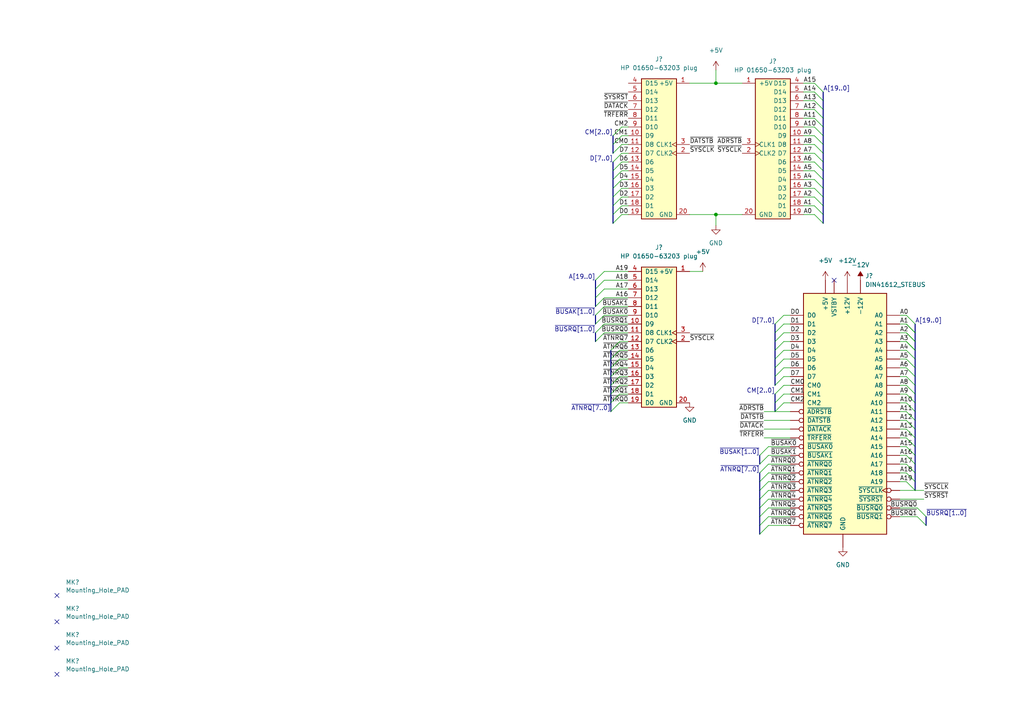
<source format=kicad_sch>
(kicad_sch (version 20211123) (generator eeschema)
  (paper "A4")
  (lib_symbols
    (symbol "power:+12V" (power) (pin_names (offset 0))
      (property "Value" "+12V" (at 0 3.556 0))
      (symbol "+12V_0_1"
        (polyline (pts (xy -0.762 1.27) (xy 0 2.54)))
        (polyline (pts (xy 0 0) (xy 0 2.54)))
        (polyline (pts (xy 0 2.54) (xy 0.762 1.27)))
      )
      (symbol "+12V_1_1"
        (pin power_in line (at 0 0 90) (length 0) hide (name "+12V") (number "1"))
      )
    )
    (symbol "power:+5V" (power) (pin_names (offset 0))
      (property "Value" "+5V" (at 0 3.556 0))
      (symbol "+5V_0_1"
        (polyline (pts (xy -0.762 1.27) (xy 0 2.54)))
        (polyline (pts (xy 0 0) (xy 0 2.54)))
        (polyline (pts (xy 0 2.54) (xy 0.762 1.27)))
      )
      (symbol "+5V_1_1"
        (pin power_in line (at 0 0 90) (length 0) hide (name "+5V") (number "1"))
      )
    )
    (symbol "power:-12V" (power) (pin_names (offset 0))
      (property "Value" "-12V" (at 0 3.81 0))
      (symbol "-12V_0_0"
        (pin power_in line (at 0 0 90) (length 0) hide (name "-12V") (number "1"))
      )
      (symbol "-12V_0_1"
        (polyline (pts (xy 0 0) (xy 0 1.27) (xy 0.762 1.27) (xy 0 2.54) (xy -0.762 1.27) (xy 0 1.27)) (fill (type outline)))
      )
    )
    (symbol "power:GND" (power) (pin_names (offset 0))
      (property "Value" "GND" (at 0 -3.81 0))
      (symbol "GND_0_1"
        (polyline (pts (xy 0 0) (xy 0 -1.27) (xy 1.27 -1.27) (xy 0 -2.54) (xy -1.27 -1.27) (xy 0 -1.27)))
      )
      (symbol "GND_1_1"
        (pin power_in line (at 0 0 270) (length 0) hide (name "GND") (number "1"))
      )
    )
    (symbol "vw:DIN41612_STEBUS" (pin_numbers hide) (pin_names (offset 1.016))
      (property "Reference" "J?" (at 7.62 39.37 0))
      (property "Value" "DIN41612_STEBUS" (at 15.24 36.83 0))
      (symbol "DIN41612_STEBUS_1_1"
        (rectangle (start -11.43 34.29) (end 12.7 -35.56) (stroke (width 0.254)) (fill (type background)))
        (pin passive line (at 0 3.81 0) (length 3.81) hide (name "GND") (number "a1"))
        (pin bidirectional line (at 16.51 12.7 180) (length 3.81) (name "A6") (number "a10"))
        (pin bidirectional line (at 16.51 7.62 180) (length 3.81) (name "A8") (number "a11"))
        (pin bidirectional line (at 16.51 2.54 180) (length 3.81) (name "A10") (number "a12"))
        (pin bidirectional line (at 16.51 -2.54 180) (length 3.81) (name "A12") (number "a13"))
        (pin bidirectional line (at 16.51 -7.62 180) (length 3.81) (name "A14") (number "a14"))
        (pin bidirectional line (at 16.51 -12.7 180) (length 3.81) (name "A16") (number "a15"))
        (pin bidirectional line (at 16.51 -17.78 180) (length 3.81) (name "A18") (number "a16"))
        (pin bidirectional line (at -15.24 7.62 0) (length 3.81) (name "CM0") (number "a17"))
        (pin bidirectional line (at -15.24 2.54 0) (length 3.81) (name "CM2") (number "a18"))
        (pin bidirectional inverted (at -15.24 0 0) (length 3.81) (name "~{ADRSTB}") (number "a19"))
        (pin passive line (at 0 21.59 0) (length 3.81) hide (name "+5V") (number "a2"))
        (pin bidirectional inverted (at -15.24 -5.08 0) (length 3.81) (name "~{DATACK}") (number "a20"))
        (pin bidirectional inverted (at -15.24 -7.62 0) (length 3.81) (name "~{TRFERR}") (number "a21"))
        (pin bidirectional inverted (at -15.24 -15.24 0) (length 3.81) (name "~{ATNRQ0}") (number "a22"))
        (pin bidirectional inverted (at -15.24 -20.32 0) (length 3.81) (name "~{ATNRQ2}") (number "a23"))
        (pin bidirectional inverted (at -15.24 -25.4 0) (length 3.81) (name "~{ATNRQ4}") (number "a24"))
        (pin bidirectional inverted (at -15.24 -30.48 0) (length 3.81) (name "~{ATNRQ6}") (number "a25"))
        (pin passive line (at 0 11.43 0) (length 3.81) hide (name "GND") (number "a26"))
        (pin bidirectional inverted (at 16.51 -27.94 180) (length 3.81) (name "~{BUSRQ0}") (number "a27"))
        (pin bidirectional inverted (at -15.24 -10.16 0) (length 3.81) (name "~{BUSAK0}") (number "a28"))
        (pin bidirectional inverted_clock (at 16.51 -22.86 180) (length 3.81) (name "~{SYSCLK}") (number "a29"))
        (pin bidirectional line (at -15.24 27.94 0) (length 3.81) (name "D0") (number "a3"))
        (pin power_out line (at 5.08 38.1 270) (length 3.81) (name "-12V") (number "a30"))
        (pin power_out line (at -5.08 38.1 270) (length 3.81) (name "+5V") (number "a31"))
        (pin passive line (at 0 19.05 0) (length 3.81) hide (name "GND") (number "a32"))
        (pin bidirectional line (at -15.24 22.86 0) (length 3.81) (name "D2") (number "a4"))
        (pin bidirectional line (at -15.24 17.78 0) (length 3.81) (name "D4") (number "a5"))
        (pin bidirectional line (at -15.24 12.7 0) (length 3.81) (name "D6") (number "a6"))
        (pin bidirectional line (at 16.51 27.94 180) (length 3.81) (name "A0") (number "a7"))
        (pin bidirectional line (at 16.51 22.86 180) (length 3.81) (name "A2") (number "a8"))
        (pin bidirectional line (at 16.51 17.78 180) (length 3.81) (name "A4") (number "a9"))
        (pin power_out line (at 0 -39.37 90) (length 3.81) (name "GND") (number "c1"))
        (pin bidirectional line (at 16.51 15.24 180) (length 3.81) (name "A5") (number "c10"))
        (pin bidirectional line (at 16.51 10.16 180) (length 3.81) (name "A7") (number "c11"))
        (pin bidirectional line (at 16.51 5.08 180) (length 3.81) (name "A9") (number "c12"))
        (pin bidirectional line (at 16.51 0 180) (length 3.81) (name "A11") (number "c13"))
        (pin bidirectional line (at 16.51 -5.08 180) (length 3.81) (name "A13") (number "c14"))
        (pin bidirectional line (at 16.51 -10.16 180) (length 3.81) (name "A15") (number "c15"))
        (pin bidirectional line (at 16.51 -15.24 180) (length 3.81) (name "A17") (number "c16"))
        (pin bidirectional line (at 16.51 -20.32 180) (length 3.81) (name "A19") (number "c17"))
        (pin bidirectional line (at -15.24 5.08 0) (length 3.81) (name "CM1") (number "c18"))
        (pin passive line (at 0 13.97 0) (length 3.81) hide (name "GND") (number "c19"))
        (pin passive line (at 0 24.13 0) (length 3.81) hide (name "+5V") (number "c2"))
        (pin bidirectional inverted (at -15.24 -2.54 0) (length 3.81) (name "~{DATSTB}") (number "c20"))
        (pin passive line (at 0 8.89 0) (length 3.81) hide (name "GND") (number "c21"))
        (pin bidirectional inverted (at 16.51 -25.4 180) (length 3.81) (name "~{SYSRST}") (number "c22"))
        (pin bidirectional inverted (at -15.24 -17.78 0) (length 3.81) (name "~{ATNRQ1}") (number "c23"))
        (pin bidirectional inverted (at -15.24 -22.86 0) (length 3.81) (name "~{ATNRQ3}") (number "c24"))
        (pin bidirectional inverted (at -15.24 -27.94 0) (length 3.81) (name "~{ATNRQ5}") (number "c25"))
        (pin bidirectional inverted (at -15.24 -33.02 0) (length 3.81) (name "~{ATNRQ7}") (number "c26"))
        (pin bidirectional inverted (at 16.51 -30.48 180) (length 3.81) (name "~{BUSRQ1}") (number "c27"))
        (pin bidirectional inverted (at -15.24 -12.7 0) (length 3.81) (name "~{BUSAK1}") (number "c28"))
        (pin power_out line (at -2.54 38.1 270) (length 3.81) (name "VSTBY") (number "c29"))
        (pin bidirectional line (at -15.24 25.4 0) (length 3.81) (name "D1") (number "c3"))
        (pin power_out line (at 1.27 38.1 270) (length 3.81) (name "+12V") (number "c30"))
        (pin passive line (at 0 26.67 0) (length 3.81) hide (name "+5V") (number "c31"))
        (pin passive line (at 0 16.51 0) (length 3.81) hide (name "GND") (number "c32"))
        (pin bidirectional line (at -15.24 20.32 0) (length 3.81) (name "D3") (number "c4"))
        (pin bidirectional line (at -15.24 15.24 0) (length 3.81) (name "D5") (number "c5"))
        (pin bidirectional line (at -15.24 10.16 0) (length 3.81) (name "D7") (number "c6"))
        (pin passive line (at 0 6.35 0) (length 3.81) hide (name "GND") (number "c7"))
        (pin bidirectional line (at 16.51 25.4 180) (length 3.81) (name "A1") (number "c8"))
        (pin bidirectional line (at 16.51 20.32 180) (length 3.81) (name "A3") (number "c9"))
      )
    )
    (symbol "vw:HP 01650-63203 plug" (pin_names (offset 1.016))
      (property "Reference" "J" (at 1.27 12.7 0))
      (property "Value" "HP 01650-63203 plug" (at 1.27 -30.48 0))
      (symbol "HP 01650-63203 plug_1_1"
        (rectangle (start -3.81 11.43) (end 6.35 -29.21) (stroke (width 0.254)) (fill (type background)))
        (pin power_out line (at 10.16 10.16 180) (length 3.81) (name "+5V") (number "1"))
        (pin input line (at -7.62 -5.08 0) (length 3.81) (name "D9") (number "10"))
        (pin input line (at -7.62 -7.62 0) (length 3.81) (name "D8") (number "11"))
        (pin input line (at -7.62 -10.16 0) (length 3.81) (name "D7") (number "12"))
        (pin input line (at -7.62 -12.7 0) (length 3.81) (name "D6") (number "13"))
        (pin input line (at -7.62 -15.24 0) (length 3.81) (name "D5") (number "14"))
        (pin input line (at -7.62 -17.78 0) (length 3.81) (name "D4") (number "15"))
        (pin input line (at -7.62 -20.32 0) (length 3.81) (name "D3") (number "16"))
        (pin input line (at -7.62 -22.86 0) (length 3.81) (name "D2") (number "17"))
        (pin input line (at -7.62 -25.4 0) (length 3.81) (name "D1") (number "18"))
        (pin input line (at -7.62 -27.94 0) (length 3.81) (name "D0") (number "19"))
        (pin bidirectional clock (at 10.16 -10.16 180) (length 3.81) (name "CLK2") (number "2"))
        (pin power_out line (at 10.16 -27.94 180) (length 3.81) (name "GND") (number "20"))
        (pin bidirectional clock (at 10.16 -7.62 180) (length 3.81) (name "CLK1") (number "3"))
        (pin input line (at -7.62 10.16 0) (length 3.81) (name "D15") (number "4"))
        (pin input line (at -7.62 7.62 0) (length 3.81) (name "D14") (number "5"))
        (pin input line (at -7.62 5.08 0) (length 3.81) (name "D13") (number "6"))
        (pin input line (at -7.62 2.54 0) (length 3.81) (name "D12") (number "7"))
        (pin input line (at -7.62 0 0) (length 3.81) (name "D11") (number "8"))
        (pin input line (at -7.62 -2.54 0) (length 3.81) (name "D10") (number "9"))
      )
    )
  )
  (junction (at 207.645 24.13))
  (junction (at 207.645 62.23))
  (no_connect (at 16.51 172.72))
  (no_connect (at 241.935 81.28))
  (no_connect (at 16.51 195.58))
  (no_connect (at 16.51 187.96))
  (no_connect (at 16.51 180.34))
  (bus_entry (at 222.885 142.24) (size -2.54 2.54))
  (bus_entry (at 177.8 62.23) (size 2.54 -2.54))
  (bus_entry (at 262.89 109.22) (size 2.54 2.54))
  (bus_entry (at 227.33 111.76) (size -2.54 2.54))
  (bus_entry (at 222.885 147.32) (size -2.54 2.54))
  (bus_entry (at 236.22 54.61) (size 2.54 2.54))
  (bus_entry (at 238.76 34.29) (size -2.54 -2.54))
  (bus_entry (at 238.76 29.21) (size -2.54 -2.54))
  (bus_entry (at 227.33 116.84) (size -2.54 2.54))
  (bus_entry (at 236.22 41.91) (size 2.54 2.54))
  (bus_entry (at 236.22 49.53) (size 2.54 2.54))
  (bus_entry (at 262.89 114.3) (size 2.54 2.54))
  (bus_entry (at 262.89 137.16) (size 2.54 2.54))
  (bus_entry (at 172.72 91.44) (size 2.54 -2.54))
  (bus_entry (at 227.33 114.3) (size -2.54 2.54))
  (bus_entry (at 262.89 129.54) (size 2.54 2.54))
  (bus_entry (at 177.165 104.14) (size 2.54 -2.54))
  (bus_entry (at 177.8 57.15) (size 2.54 -2.54))
  (bus_entry (at 177.8 64.77) (size 2.54 -2.54))
  (bus_entry (at 227.33 91.44) (size -2.54 2.54))
  (bus_entry (at 227.33 104.14) (size -2.54 2.54))
  (bus_entry (at 222.885 152.4) (size -2.54 2.54))
  (bus_entry (at 238.76 39.37) (size -2.54 -2.54))
  (bus_entry (at 262.89 91.44) (size 2.54 2.54))
  (bus_entry (at 262.89 116.84) (size 2.54 2.54))
  (bus_entry (at 177.165 116.84) (size 2.54 -2.54))
  (bus_entry (at 227.33 96.52) (size -2.54 2.54))
  (bus_entry (at 262.89 106.68) (size 2.54 2.54))
  (bus_entry (at 262.89 132.08) (size 2.54 2.54))
  (bus_entry (at 236.22 52.07) (size 2.54 2.54))
  (bus_entry (at 238.76 41.91) (size -2.54 -2.54))
  (bus_entry (at 222.885 144.78) (size -2.54 2.54))
  (bus_entry (at 222.885 129.54) (size -2.54 2.54))
  (bus_entry (at 177.165 111.76) (size 2.54 -2.54))
  (bus_entry (at 177.8 49.53) (size 2.54 -2.54))
  (bus_entry (at 236.22 62.23) (size 2.54 2.54))
  (bus_entry (at 222.885 134.62) (size -2.54 2.54))
  (bus_entry (at 236.22 57.15) (size 2.54 2.54))
  (bus_entry (at 172.72 81.28) (size 2.54 -2.54))
  (bus_entry (at 238.76 26.67) (size -2.54 -2.54))
  (bus_entry (at 262.89 139.7) (size 2.54 2.54))
  (bus_entry (at 262.89 134.62) (size 2.54 2.54))
  (bus_entry (at 236.22 59.69) (size 2.54 2.54))
  (bus_entry (at 262.89 101.6) (size 2.54 2.54))
  (bus_entry (at 177.165 106.68) (size 2.54 -2.54))
  (bus_entry (at 262.89 99.06) (size 2.54 2.54))
  (bus_entry (at 222.885 149.86) (size -2.54 2.54))
  (bus_entry (at 262.89 99.06) (size 2.54 2.54))
  (bus_entry (at 227.33 93.98) (size -2.54 2.54))
  (bus_entry (at 262.89 121.92) (size 2.54 2.54))
  (bus_entry (at 172.72 93.98) (size 2.54 -2.54))
  (bus_entry (at 177.8 52.07) (size 2.54 -2.54))
  (bus_entry (at 222.885 139.7) (size -2.54 2.54))
  (bus_entry (at 262.89 111.76) (size 2.54 2.54))
  (bus_entry (at 262.89 96.52) (size 2.54 2.54))
  (bus_entry (at 262.89 96.52) (size 2.54 2.54))
  (bus_entry (at 177.8 41.91) (size 2.54 -2.54))
  (bus_entry (at 177.8 39.37) (size 2.54 -2.54))
  (bus_entry (at 177.8 54.61) (size 2.54 -2.54))
  (bus_entry (at 177.165 114.3) (size 2.54 -2.54))
  (bus_entry (at 262.89 124.46) (size 2.54 2.54))
  (bus_entry (at 177.165 119.38) (size 2.54 -2.54))
  (bus_entry (at 172.72 86.36) (size 2.54 -2.54))
  (bus_entry (at 262.89 104.14) (size 2.54 2.54))
  (bus_entry (at 227.33 109.22) (size -2.54 2.54))
  (bus_entry (at 227.33 106.68) (size -2.54 2.54))
  (bus_entry (at 266.065 149.86) (size 2.54 2.54))
  (bus_entry (at 266.065 147.32) (size 2.54 2.54))
  (bus_entry (at 177.8 46.99) (size 2.54 -2.54))
  (bus_entry (at 222.885 137.16) (size -2.54 2.54))
  (bus_entry (at 172.72 83.82) (size 2.54 -2.54))
  (bus_entry (at 177.8 59.69) (size 2.54 -2.54))
  (bus_entry (at 262.89 93.98) (size 2.54 2.54))
  (bus_entry (at 262.89 93.98) (size 2.54 2.54))
  (bus_entry (at 238.76 31.75) (size -2.54 -2.54))
  (bus_entry (at 236.22 44.45) (size 2.54 2.54))
  (bus_entry (at 262.89 119.38) (size 2.54 2.54))
  (bus_entry (at 177.8 44.45) (size 2.54 -2.54))
  (bus_entry (at 177.165 101.6) (size 2.54 -2.54))
  (bus_entry (at 172.72 96.52) (size 2.54 -2.54))
  (bus_entry (at 262.89 127) (size 2.54 2.54))
  (bus_entry (at 238.76 36.83) (size -2.54 -2.54))
  (bus_entry (at 177.165 109.22) (size 2.54 -2.54))
  (bus_entry (at 222.885 132.08) (size -2.54 2.54))
  (bus_entry (at 172.72 88.9) (size 2.54 -2.54))
  (bus_entry (at 172.72 99.06) (size 2.54 -2.54))
  (bus_entry (at 227.33 99.06) (size -2.54 2.54))
  (bus_entry (at 227.33 101.6) (size -2.54 2.54))
  (bus_entry (at 236.22 46.99) (size 2.54 2.54))
  (bus (pts (xy 238.76 31.75) (xy 238.76 34.29)))
  (wire (pts (xy 260.985 104.14) (xy 262.89 104.14)))
  (wire (pts (xy 222.885 139.7) (xy 229.235 139.7)))
  (bus (pts (xy 238.76 36.83) (xy 238.76 39.37)))
  (bus (pts (xy 177.8 52.07) (xy 177.8 54.61)))
  (bus (pts (xy 224.79 116.84) (xy 224.79 119.38)))
  (bus (pts (xy 224.79 109.22) (xy 224.79 111.76)))
  (wire (pts (xy 222.885 142.24) (xy 229.235 142.24)))
  (wire (pts (xy 260.985 91.44) (xy 262.89 91.44)))
  (bus (pts (xy 265.43 99.06) (xy 265.43 101.6)))
  (bus (pts (xy 177.8 46.99) (xy 177.8 49.53)))
  (wire (pts (xy 180.34 36.83) (xy 182.245 36.83)))
  (wire (pts (xy 180.34 41.91) (xy 182.245 41.91)))
  (wire (pts (xy 221.615 124.46) (xy 229.235 124.46)))
  (wire (pts (xy 227.33 96.52) (xy 229.235 96.52)))
  (wire (pts (xy 233.045 34.29) (xy 236.22 34.29)))
  (wire (pts (xy 227.33 116.84) (xy 229.235 116.84)))
  (wire (pts (xy 180.34 59.69) (xy 182.245 59.69)))
  (wire (pts (xy 260.985 144.78) (xy 267.97 144.78)))
  (wire (pts (xy 233.045 31.75) (xy 236.22 31.75)))
  (wire (pts (xy 260.985 106.68) (xy 262.89 106.68)))
  (bus (pts (xy 224.79 93.98) (xy 224.79 96.52)))
  (wire (pts (xy 233.045 41.91) (xy 236.22 41.91)))
  (wire (pts (xy 233.045 44.45) (xy 236.22 44.45)))
  (wire (pts (xy 227.33 93.98) (xy 229.235 93.98)))
  (bus (pts (xy 265.43 96.52) (xy 265.43 99.06)))
  (wire (pts (xy 227.33 104.14) (xy 229.235 104.14)))
  (bus (pts (xy 265.43 119.38) (xy 265.43 121.92)))
  (bus (pts (xy 172.72 86.36) (xy 172.72 88.9)))
  (wire (pts (xy 180.34 62.23) (xy 182.245 62.23)))
  (wire (pts (xy 224.79 119.38) (xy 229.235 119.38)))
  (bus (pts (xy 177.165 101.6) (xy 177.165 104.14)))
  (wire (pts (xy 233.045 26.67) (xy 236.22 26.67)))
  (bus (pts (xy 220.345 147.32) (xy 220.345 149.86)))
  (bus (pts (xy 265.43 121.92) (xy 265.43 124.46)))
  (bus (pts (xy 177.165 116.84) (xy 177.165 119.38)))
  (bus (pts (xy 224.79 114.3) (xy 224.79 116.84)))
  (wire (pts (xy 180.34 39.37) (xy 182.245 39.37)))
  (bus (pts (xy 238.76 41.91) (xy 238.76 44.45)))
  (wire (pts (xy 175.26 93.98) (xy 182.245 93.98)))
  (wire (pts (xy 200.025 78.74) (xy 203.835 78.74)))
  (wire (pts (xy 233.045 59.69) (xy 236.22 59.69)))
  (wire (pts (xy 175.26 91.44) (xy 182.245 91.44)))
  (wire (pts (xy 222.885 137.16) (xy 229.235 137.16)))
  (bus (pts (xy 172.72 81.28) (xy 172.72 83.82)))
  (bus (pts (xy 224.79 99.06) (xy 224.79 101.6)))
  (wire (pts (xy 179.705 109.22) (xy 182.245 109.22)))
  (wire (pts (xy 260.985 99.06) (xy 262.89 99.06)))
  (wire (pts (xy 233.045 36.83) (xy 236.22 36.83)))
  (wire (pts (xy 222.885 144.78) (xy 229.235 144.78)))
  (wire (pts (xy 200.025 62.23) (xy 207.645 62.23)))
  (wire (pts (xy 221.615 119.38) (xy 224.79 119.38)))
  (bus (pts (xy 238.76 29.21) (xy 238.76 31.75)))
  (wire (pts (xy 227.33 99.06) (xy 229.235 99.06)))
  (wire (pts (xy 227.33 91.44) (xy 229.235 91.44)))
  (bus (pts (xy 172.72 83.82) (xy 172.72 86.36)))
  (wire (pts (xy 180.34 57.15) (xy 182.245 57.15)))
  (bus (pts (xy 238.76 59.69) (xy 238.76 62.23)))
  (bus (pts (xy 238.76 46.99) (xy 238.76 49.53)))
  (wire (pts (xy 260.985 96.52) (xy 262.89 96.52)))
  (bus (pts (xy 220.345 139.7) (xy 220.345 142.24)))
  (wire (pts (xy 180.34 54.61) (xy 182.245 54.61)))
  (wire (pts (xy 233.045 54.61) (xy 236.22 54.61)))
  (bus (pts (xy 238.76 34.29) (xy 238.76 36.83)))
  (wire (pts (xy 179.705 116.84) (xy 182.245 116.84)))
  (bus (pts (xy 238.76 52.07) (xy 238.76 54.61)))
  (wire (pts (xy 175.26 83.82) (xy 182.245 83.82)))
  (bus (pts (xy 265.43 101.6) (xy 265.43 104.14)))
  (wire (pts (xy 260.985 111.76) (xy 262.89 111.76)))
  (wire (pts (xy 175.26 81.28) (xy 182.245 81.28)))
  (wire (pts (xy 260.985 124.46) (xy 262.89 124.46)))
  (bus (pts (xy 265.43 114.3) (xy 265.43 116.84)))
  (wire (pts (xy 233.045 49.53) (xy 236.22 49.53)))
  (wire (pts (xy 260.985 142.24) (xy 265.43 142.24)))
  (wire (pts (xy 233.045 52.07) (xy 236.22 52.07)))
  (bus (pts (xy 172.72 91.44) (xy 172.72 93.98)))
  (bus (pts (xy 265.43 139.7) (xy 265.43 142.24)))
  (bus (pts (xy 177.8 59.69) (xy 177.8 62.23)))
  (bus (pts (xy 177.165 114.3) (xy 177.165 116.84)))
  (wire (pts (xy 260.985 101.6) (xy 262.89 101.6)))
  (bus (pts (xy 238.76 57.15) (xy 238.76 59.69)))
  (wire (pts (xy 179.705 99.06) (xy 182.245 99.06)))
  (wire (pts (xy 175.26 88.9) (xy 182.245 88.9)))
  (wire (pts (xy 260.985 127) (xy 262.89 127)))
  (bus (pts (xy 238.76 39.37) (xy 238.76 41.91)))
  (bus (pts (xy 177.8 54.61) (xy 177.8 57.15)))
  (bus (pts (xy 238.76 26.67) (xy 238.76 29.21)))
  (bus (pts (xy 265.43 116.84) (xy 265.43 119.38)))
  (wire (pts (xy 260.985 93.98) (xy 262.89 93.98)))
  (bus (pts (xy 177.8 41.91) (xy 177.8 44.45)))
  (wire (pts (xy 175.26 78.74) (xy 182.245 78.74)))
  (wire (pts (xy 179.705 111.76) (xy 182.245 111.76)))
  (wire (pts (xy 222.885 134.62) (xy 229.235 134.62)))
  (bus (pts (xy 177.8 62.23) (xy 177.8 64.77)))
  (wire (pts (xy 179.705 106.68) (xy 182.245 106.68)))
  (bus (pts (xy 177.165 111.76) (xy 177.165 114.3)))
  (wire (pts (xy 221.615 127) (xy 229.235 127)))
  (wire (pts (xy 233.045 29.21) (xy 236.22 29.21)))
  (wire (pts (xy 180.34 44.45) (xy 182.245 44.45)))
  (bus (pts (xy 265.43 109.22) (xy 265.43 111.76)))
  (wire (pts (xy 233.045 62.23) (xy 236.22 62.23)))
  (wire (pts (xy 260.985 119.38) (xy 262.89 119.38)))
  (bus (pts (xy 265.43 93.98) (xy 265.43 96.52)))
  (bus (pts (xy 220.345 137.16) (xy 220.345 139.7)))
  (bus (pts (xy 220.345 142.24) (xy 220.345 144.78)))
  (bus (pts (xy 238.76 54.61) (xy 238.76 57.15)))
  (wire (pts (xy 227.33 106.68) (xy 229.235 106.68)))
  (wire (pts (xy 260.985 116.84) (xy 262.89 116.84)))
  (bus (pts (xy 177.8 49.53) (xy 177.8 52.07)))
  (wire (pts (xy 207.645 62.23) (xy 215.265 62.23)))
  (bus (pts (xy 177.165 109.22) (xy 177.165 111.76)))
  (wire (pts (xy 175.26 96.52) (xy 182.245 96.52)))
  (bus (pts (xy 224.79 96.52) (xy 224.79 99.06)))
  (bus (pts (xy 238.76 62.23) (xy 238.76 64.77)))
  (wire (pts (xy 260.985 139.7) (xy 262.89 139.7)))
  (wire (pts (xy 233.045 39.37) (xy 236.22 39.37)))
  (bus (pts (xy 220.345 144.78) (xy 220.345 147.32)))
  (wire (pts (xy 260.985 121.92) (xy 262.89 121.92)))
  (bus (pts (xy 177.8 39.37) (xy 177.8 41.91)))
  (wire (pts (xy 260.985 114.3) (xy 262.89 114.3)))
  (wire (pts (xy 207.645 65.405) (xy 207.645 62.23)))
  (wire (pts (xy 227.33 101.6) (xy 229.235 101.6)))
  (bus (pts (xy 265.43 137.16) (xy 265.43 139.7)))
  (bus (pts (xy 265.43 111.76) (xy 265.43 114.3)))
  (wire (pts (xy 260.985 129.54) (xy 262.89 129.54)))
  (bus (pts (xy 265.43 124.46) (xy 265.43 127)))
  (bus (pts (xy 177.165 106.68) (xy 177.165 109.22)))
  (bus (pts (xy 224.79 101.6) (xy 224.79 104.14)))
  (bus (pts (xy 177.8 57.15) (xy 177.8 59.69)))
  (bus (pts (xy 265.43 127) (xy 265.43 129.54)))
  (bus (pts (xy 177.165 104.14) (xy 177.165 106.68)))
  (wire (pts (xy 222.885 149.86) (xy 229.235 149.86)))
  (wire (pts (xy 227.33 109.22) (xy 229.235 109.22)))
  (wire (pts (xy 200.025 24.13) (xy 207.645 24.13)))
  (bus (pts (xy 265.43 134.62) (xy 265.43 137.16)))
  (bus (pts (xy 238.76 49.53) (xy 238.76 52.07)))
  (wire (pts (xy 233.045 24.13) (xy 236.22 24.13)))
  (wire (pts (xy 227.33 111.76) (xy 229.235 111.76)))
  (bus (pts (xy 220.345 152.4) (xy 220.345 154.94)))
  (wire (pts (xy 233.045 57.15) (xy 236.22 57.15)))
  (wire (pts (xy 260.985 149.86) (xy 266.065 149.86)))
  (wire (pts (xy 221.615 121.92) (xy 229.235 121.92)))
  (bus (pts (xy 265.43 132.08) (xy 265.43 134.62)))
  (wire (pts (xy 222.885 132.08) (xy 229.235 132.08)))
  (wire (pts (xy 233.045 46.99) (xy 236.22 46.99)))
  (bus (pts (xy 268.605 149.86) (xy 268.605 152.4)))
  (wire (pts (xy 179.705 114.3) (xy 182.245 114.3)))
  (wire (pts (xy 265.43 142.24) (xy 267.97 142.24)))
  (bus (pts (xy 265.43 106.68) (xy 265.43 109.22)))
  (bus (pts (xy 172.72 96.52) (xy 172.72 99.06)))
  (wire (pts (xy 222.885 129.54) (xy 229.235 129.54)))
  (bus (pts (xy 220.345 149.86) (xy 220.345 152.4)))
  (wire (pts (xy 207.645 20.32) (xy 207.645 24.13)))
  (wire (pts (xy 179.705 104.14) (xy 182.245 104.14)))
  (bus (pts (xy 224.79 106.68) (xy 224.79 109.22)))
  (wire (pts (xy 260.985 134.62) (xy 262.89 134.62)))
  (bus (pts (xy 224.79 104.14) (xy 224.79 106.68)))
  (wire (pts (xy 260.985 137.16) (xy 262.89 137.16)))
  (wire (pts (xy 260.985 132.08) (xy 262.89 132.08)))
  (wire (pts (xy 260.985 147.32) (xy 266.065 147.32)))
  (wire (pts (xy 180.34 49.53) (xy 182.245 49.53)))
  (bus (pts (xy 265.43 129.54) (xy 265.43 132.08)))
  (bus (pts (xy 220.345 132.08) (xy 220.345 134.62)))
  (wire (pts (xy 227.33 114.3) (xy 229.235 114.3)))
  (bus (pts (xy 265.43 104.14) (xy 265.43 106.68)))
  (wire (pts (xy 222.885 147.32) (xy 229.235 147.32)))
  (wire (pts (xy 222.885 152.4) (xy 229.235 152.4)))
  (wire (pts (xy 175.26 86.36) (xy 182.245 86.36)))
  (wire (pts (xy 260.985 109.22) (xy 262.89 109.22)))
  (bus (pts (xy 238.76 44.45) (xy 238.76 46.99)))
  (wire (pts (xy 207.645 24.13) (xy 215.265 24.13)))
  (wire (pts (xy 179.705 101.6) (xy 182.245 101.6)))
  (wire (pts (xy 180.34 52.07) (xy 182.245 52.07)))
  (wire (pts (xy 180.34 46.99) (xy 182.245 46.99)))
  (label "~{ADRSTB}" (at 215.265 41.91 180))
  (label "A11" (at 260.985 119.38 0))
  (label "A17" (at 182.245 83.82 180))
  (label "A4" (at 260.985 101.6 0))
  (label "CM[2..0]" (at 177.8 39.37 180))
  (label "~{ATNRQ7}" (at 223.52 152.4 0))
  (label "~{ATNRQ3}" (at 223.52 142.24 0))
  (label "~{SYSRST}" (at 182.245 29.21 180))
  (label "~{ATNRQ1}" (at 182.245 114.3 180))
  (label "A7" (at 260.985 109.22 0))
  (label "A1" (at 233.045 59.69 0))
  (label "~{ATNRQ0}" (at 223.52 134.62 0))
  (label "D2" (at 182.245 57.15 180))
  (label "D0" (at 182.245 62.23 180))
  (label "~{BUSRQ0}" (at 266.065 147.32 180))
  (label "A4" (at 233.045 52.07 0))
  (label "~{ATNRQ4}" (at 182.245 106.68 180))
  (label "~{BUSAK0}" (at 223.52 129.54 0))
  (label "~{SYSCLK}" (at 267.97 142.24 0))
  (label "D0" (at 229.235 91.44 0))
  (label "~{ATNRQ3}" (at 182.245 109.22 180))
  (label "~{ADRSTB}" (at 221.615 119.38 180))
  (label "A15" (at 233.045 24.13 0))
  (label "A9" (at 233.045 39.37 0))
  (label "~{ATNRQ0}" (at 182.245 116.84 180))
  (label "A15" (at 260.985 129.54 0))
  (label "~{ATNRQ5}" (at 223.52 147.32 0))
  (label "~{BUSRQ1}" (at 266.065 149.86 180))
  (label "~{ATNRQ5}" (at 182.245 104.14 180))
  (label "A[19..0]" (at 265.43 93.98 0))
  (label "~{DATACK}" (at 182.245 31.75 180))
  (label "~{ATNRQ2}" (at 223.52 139.7 0))
  (label "A14" (at 260.985 127 0))
  (label "~{DATACK}" (at 221.615 124.46 180))
  (label "~{BUSRQ[1..0]}" (at 268.605 149.86 0))
  (label "~{ATNRQ6}" (at 182.245 101.6 180))
  (label "~{BUSRQ1}" (at 182.245 93.98 180))
  (label "A11" (at 233.045 34.29 0))
  (label "D6" (at 182.245 46.99 180))
  (label "A16" (at 182.245 86.36 180))
  (label "~{ATNRQ2}" (at 182.245 111.76 180))
  (label "D5" (at 229.235 104.14 0))
  (label "~{ATNRQ6}" (at 223.52 149.86 0))
  (label "A5" (at 260.985 104.14 0))
  (label "~{ATNRQ7}" (at 182.245 99.06 180))
  (label "D[7..0]" (at 224.79 93.98 180))
  (label "CM0" (at 229.235 111.76 0))
  (label "D7" (at 229.235 109.22 0))
  (label "D3" (at 182.245 54.61 180))
  (label "A9" (at 260.985 114.3 0))
  (label "D2" (at 229.235 96.52 0))
  (label "~{DATSTB}" (at 200.025 41.91 0))
  (label "A14" (at 233.045 26.67 0))
  (label "~{SYSCLK}" (at 200.025 44.45 0))
  (label "D3" (at 229.235 99.06 0))
  (label "~{BUSRQ[1..0]}" (at 172.72 96.52 180))
  (label "A6" (at 260.985 106.68 0))
  (label "~{ATNRQ1}" (at 223.52 137.16 0))
  (label "A12" (at 233.045 31.75 0))
  (label "~{SYSRST}" (at 267.97 144.78 0))
  (label "CM0" (at 182.245 41.91 180))
  (label "~{TRFERR}" (at 182.245 34.29 180))
  (label "CM2" (at 229.235 116.84 0))
  (label "A10" (at 260.985 116.84 0))
  (label "~{ATNRQ[7..0]}" (at 220.345 137.16 180))
  (label "~{BUSAK[1..0]}" (at 220.345 132.08 180))
  (label "A7" (at 233.045 44.45 0))
  (label "A10" (at 233.045 36.83 0))
  (label "A3" (at 260.985 99.06 0))
  (label "A18" (at 182.245 81.28 180))
  (label "CM[2..0]" (at 224.79 114.3 180))
  (label "A2" (at 233.045 57.15 0))
  (label "A16" (at 260.985 132.08 0))
  (label "A12" (at 260.985 121.92 0))
  (label "D4" (at 182.245 52.07 180))
  (label "~{BUSAK1}" (at 182.245 88.9 180))
  (label "A8" (at 233.045 41.91 0))
  (label "D7" (at 182.245 44.45 180))
  (label "A13" (at 260.985 124.46 0))
  (label "~{BUSAK0}" (at 182.245 91.44 180))
  (label "CM1" (at 182.245 39.37 180))
  (label "A1" (at 260.985 93.98 0))
  (label "A3" (at 233.045 54.61 0))
  (label "~{SYSCLK}" (at 215.265 44.45 180))
  (label "~{SYSCLK}" (at 200.025 99.06 0))
  (label "A17" (at 260.985 134.62 0))
  (label "A[19..0]" (at 172.72 81.28 180))
  (label "A[19..0]" (at 238.76 26.67 0))
  (label "D[7..0]" (at 177.8 46.99 180))
  (label "A19" (at 260.985 139.7 0))
  (label "~{BUSRQ0}" (at 182.245 96.52 180))
  (label "D4" (at 229.235 101.6 0))
  (label "~{ATNRQ[7..0]}" (at 177.165 119.38 180))
  (label "A8" (at 260.985 111.76 0))
  (label "~{BUSAK[1..0]}" (at 172.72 91.44 180))
  (label "A13" (at 233.045 29.21 0))
  (label "D1" (at 182.245 59.69 180))
  (label "D1" (at 229.235 93.98 0))
  (label "A0" (at 233.045 62.23 0))
  (label "D5" (at 182.245 49.53 180))
  (label "~{ATNRQ4}" (at 223.52 144.78 0))
  (label "A18" (at 260.985 137.16 0))
  (label "D6" (at 229.235 106.68 0))
  (label "CM1" (at 229.235 114.3 0))
  (label "CM2" (at 182.245 36.83 180))
  (label "A0" (at 260.985 91.44 0))
  (label "~{DATSTB}" (at 221.615 121.92 180))
  (label "A2" (at 260.985 96.52 0))
  (label "A5" (at 233.045 49.53 0))
  (label "~{TRFERR}" (at 221.615 127 180))
  (label "A19" (at 182.245 78.74 180))
  (label "A6" (at 233.045 46.99 0))
  (label "~{BUSAK1}" (at 223.52 132.08 0))
  (symbol (lib_id "Mechanical:Mounting_Hole_PAD") (at 16.51 170.18 0) (unit 1)
    (property "Reference" "MK?" (at 19.05 168.8846 0) (effects (justify left)))
    (property "Value" "Mounting_Hole_PAD" (at 19.05 171.196 0) (effects (justify left)))
    (property "Footprint" "Mounting_Holes:MountingHole_2.7mm" (effects hide))
  )
  (symbol (lib_id "Mechanical:Mounting_Hole_PAD") (at 16.51 177.8 0) (unit 1)
    (property "Reference" "MK?" (at 19.05 176.5046 0) (effects (justify left)))
    (property "Value" "Mounting_Hole_PAD" (at 19.05 178.816 0) (effects (justify left)))
    (property "Footprint" "Mounting_Holes:MountingHole_2.7mm" (effects hide))
  )
  (symbol (lib_id "Mechanical:Mounting_Hole_PAD") (at 16.51 185.42 0) (unit 1)
    (property "Reference" "MK?" (at 19.05 184.1246 0) (effects (justify left)))
    (property "Value" "Mounting_Hole_PAD" (at 19.05 186.436 0) (effects (justify left)))
    (property "Footprint" "Mounting_Holes:MountingHole_2.7mm" (effects hide))
  )
  (symbol (lib_id "Mechanical:Mounting_Hole_PAD") (at 16.51 193.04 0) (unit 1)
    (property "Reference" "MK?" (at 19.05 191.7446 0) (effects (justify left)))
    (property "Value" "Mounting_Hole_PAD" (at 19.05 194.056 0) (effects (justify left)))
    (property "Footprint" "Mounting_Holes:MountingHole_2.7mm" (effects hide))
  )
  (symbol (lib_id "power:+12V") (at 245.745 81.28 0) (unit 1)
    (property "Reference" "#PWR?" (effects hide))
    (property "Value" "+12V" (at 245.745 75.565 0))
  )
  (symbol (lib_id "power:GND") (at 200.025 116.84 0) (unit 1)
    (property "Reference" "#PWR?" (effects hide))
    (property "Value" "GND" (at 200.025 121.92 0))
  )
  (symbol (lib_id "power:GND") (at 207.645 65.405 0) (unit 1)
    (property "Reference" "#PWR?" (effects hide))
    (property "Value" "GND" (at 207.645 70.485 0))
  )
  (symbol (lib_id "power:+5V") (at 203.835 78.74 0) (unit 1)
    (property "Reference" "#PWR?" (effects hide))
    (property "Value" "+5V" (at 203.835 73.025 0))
  )
  (symbol (lib_id "power:GND") (at 244.475 158.75 0) (unit 1)
    (property "Reference" "#PWR?" (effects hide))
    (property "Value" "GND" (at 244.475 163.83 0))
  )
  (symbol (lib_id "vw:HP 01650-63203 plug") (at 189.865 34.29 0) (unit 1)
    (property "Reference" "J?" (at 191.135 17.145 0))
    (property "Value" "HP 01650-63203 plug" (at 191.135 19.685 0))
  )
  (symbol (lib_id "power:-12V") (at 249.555 81.28 0) (unit 1)
    (property "Reference" "#PWR?" (effects hide))
    (property "Value" "-12V" (at 249.555 76.835 0))
  )
  (symbol (lib_id "vw:HP 01650-63203 plug") (at 225.425 34.29 0) (mirror y) (unit 1)
    (property "Reference" "J?" (at 224.155 17.78 0))
    (property "Value" "HP 01650-63203 plug" (at 224.155 20.32 0))
  )
  (symbol (lib_id "vw:DIN41612_STEBUS") (at 244.475 119.38 0) (unit 1)
    (property "Reference" "J?" (at 252.095 80.01 0))
    (property "Value" "DIN41612_STEBUS" (at 259.715 82.55 0))
    (property "Footprint" "Connector_DIN:DIN41612_C_2x32_Male_Horizontal_THT" (effects hide))
  )
  (symbol (lib_id "vw:HP 01650-63203 plug") (at 189.865 88.9 0) (unit 1)
    (property "Reference" "J?" (at 191.135 71.755 0))
    (property "Value" "HP 01650-63203 plug" (at 191.135 74.295 0))
  )
  (symbol (lib_id "power:+5V") (at 239.395 81.28 0) (unit 1)
    (property "Reference" "#PWR?" (effects hide))
    (property "Value" "+5V" (at 239.395 75.565 0))
  )
  (symbol (lib_id "power:+5V") (at 207.645 20.32 0) (unit 1)
    (property "Reference" "#PWR?" (effects hide))
    (property "Value" "+5V" (at 207.645 14.605 0))
  )
)
</source>
